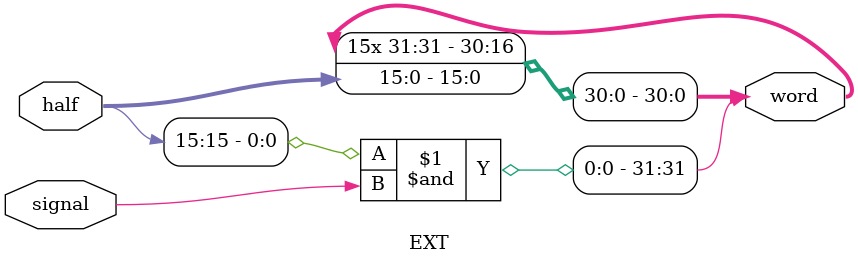
<source format=v>
`timescale 1ns / 1ps

module EXT(
    input [15:0] half,
    input signal,
    output [31:0] word
    );
    
    assign word = {{16{half[15] & signal}}, half};
endmodule

</source>
